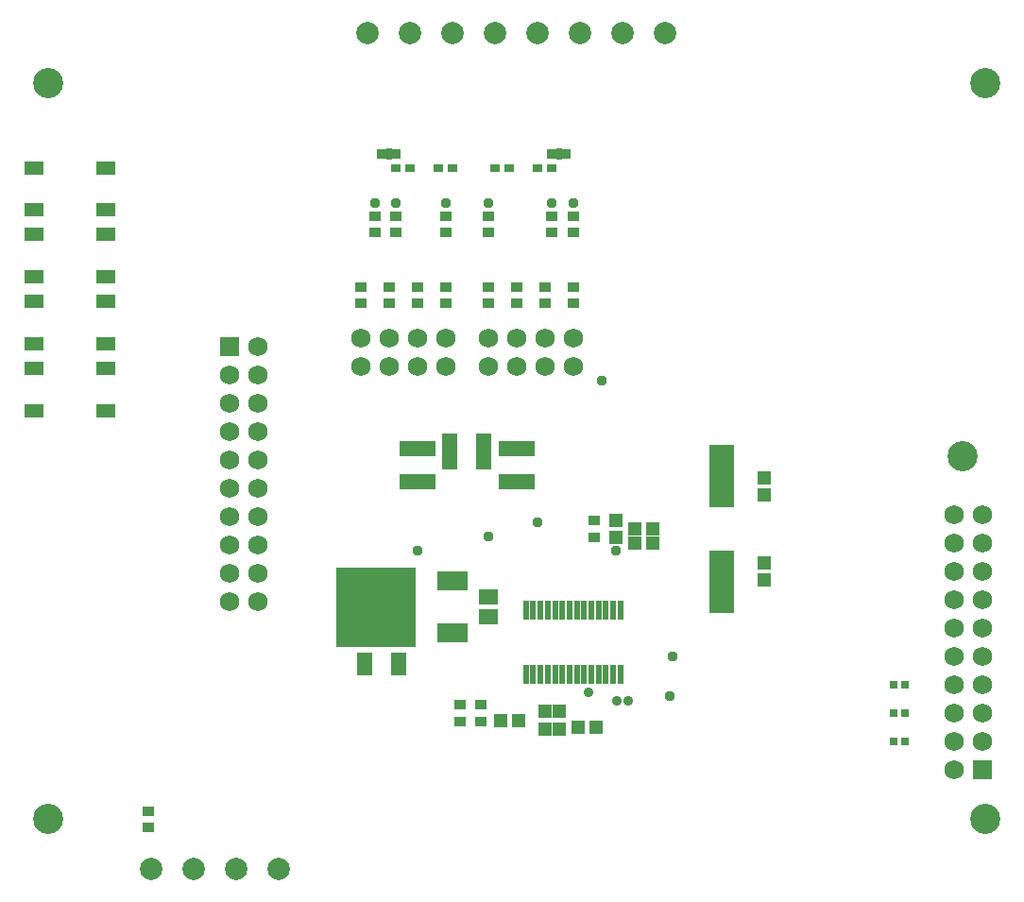
<source format=gbr>
G04 EAGLE Gerber RS-274X export*
G75*
%MOMM*%
%FSLAX34Y34*%
%LPD*%
%INSoldermask Top*%
%IPPOS*%
%AMOC8*
5,1,8,0,0,1.08239X$1,22.5*%
G01*
%ADD10C,2.703200*%
%ADD11R,0.610000X1.775100*%
%ADD12R,1.153200X1.203200*%
%ADD13R,0.803200X0.803200*%
%ADD14R,1.092200X0.812800*%
%ADD15R,1.203200X1.153200*%
%ADD16R,2.203200X5.703200*%
%ADD17R,1.353200X3.203200*%
%ADD18R,3.203200X1.353200*%
%ADD19R,0.965200X0.965200*%
%ADD20R,0.508000X1.016000*%
%ADD21R,0.903200X0.703200*%
%ADD22C,2.003200*%
%ADD23R,1.733200X1.733200*%
%ADD24C,1.733200*%
%ADD25R,1.653200X1.353200*%
%ADD26R,1.353200X2.003200*%
%ADD27R,2.703200X1.703200*%
%ADD28R,7.203200X7.203200*%
%ADD29R,1.803200X1.203200*%
%ADD30C,0.959600*%
%ADD31C,0.909600*%


D10*
X-420000Y330000D03*
X420000Y330000D03*
X-420000Y-330000D03*
X420000Y-330000D03*
X400000Y-5000D03*
D11*
X8550Y-200167D03*
X15050Y-200167D03*
X21550Y-200167D03*
X28050Y-200167D03*
X34550Y-200167D03*
X41050Y-200167D03*
X47550Y-200167D03*
X54050Y-200167D03*
X60550Y-200167D03*
X67050Y-200167D03*
X73550Y-200167D03*
X80050Y-200167D03*
X86550Y-200167D03*
X93050Y-200167D03*
X93050Y-142733D03*
X86550Y-142733D03*
X80050Y-142733D03*
X73550Y-142733D03*
X67050Y-142733D03*
X60550Y-142733D03*
X54050Y-142733D03*
X47550Y-142733D03*
X41050Y-142733D03*
X34550Y-142733D03*
X28050Y-142733D03*
X21550Y-142733D03*
X15050Y-142733D03*
X8550Y-142733D03*
D12*
X-14350Y-241300D03*
X1650Y-241300D03*
X106300Y-82550D03*
X122300Y-82550D03*
X71500Y-247650D03*
X55500Y-247650D03*
D13*
X337900Y-260350D03*
X347900Y-260350D03*
X337900Y-234950D03*
X347900Y-234950D03*
X337900Y-209550D03*
X347900Y-209550D03*
D14*
X69850Y-77343D03*
X69850Y-62357D03*
D15*
X88900Y-77850D03*
X88900Y-61850D03*
D12*
X106300Y-69850D03*
X122300Y-69850D03*
D15*
X38100Y-233300D03*
X38100Y-249300D03*
X25400Y-233300D03*
X25400Y-249300D03*
D16*
X184150Y-117350D03*
X184150Y-22350D03*
D15*
X222250Y-115950D03*
X222250Y-99950D03*
X222250Y-23750D03*
X222250Y-39750D03*
D17*
X-59450Y0D03*
X-29450Y0D03*
D18*
X0Y-27700D03*
X0Y2300D03*
X-88900Y-27700D03*
X-88900Y2300D03*
D14*
X-127000Y210693D03*
X-127000Y195707D03*
X-107950Y210693D03*
X-107950Y195707D03*
X-63500Y210693D03*
X-63500Y195707D03*
X-25400Y210693D03*
X-25400Y195707D03*
X31750Y210693D03*
X31750Y195707D03*
X50800Y210693D03*
X50800Y195707D03*
D19*
X-120650Y266700D03*
X-107950Y266700D03*
D20*
X-114300Y266700D03*
D19*
X44450Y266700D03*
X31750Y266700D03*
D20*
X38100Y266700D03*
D21*
X31897Y254000D03*
X18903Y254000D03*
X-108097Y254000D03*
X-95103Y254000D03*
X-57003Y254000D03*
X-69997Y254000D03*
X-19197Y254000D03*
X-6203Y254000D03*
D14*
X-31750Y-227457D03*
X-31750Y-242443D03*
X-50800Y-242443D03*
X-50800Y-227457D03*
X-63500Y147193D03*
X-63500Y132207D03*
X-88900Y147193D03*
X-88900Y132207D03*
X-114300Y147193D03*
X-114300Y132207D03*
X-139700Y147193D03*
X-139700Y132207D03*
X50800Y147193D03*
X50800Y132207D03*
X25400Y147193D03*
X25400Y132207D03*
X0Y147193D03*
X0Y132207D03*
X-25400Y147193D03*
X-25400Y132207D03*
D22*
X133350Y375000D03*
X95250Y375000D03*
X57150Y375000D03*
X19050Y375000D03*
X-19050Y375000D03*
X-57150Y375000D03*
X-95250Y375000D03*
X-133350Y375000D03*
X-327150Y-375000D03*
X-289050Y-375000D03*
X-250950Y-375000D03*
X-212850Y-375000D03*
D23*
X417950Y-285400D03*
D24*
X392550Y-285400D03*
X417950Y-260000D03*
X392550Y-260000D03*
X417950Y-234600D03*
X392550Y-234600D03*
X417950Y-209200D03*
X392550Y-209200D03*
X417950Y-183800D03*
X392550Y-183800D03*
X417950Y-158400D03*
X392550Y-158400D03*
X417950Y-133000D03*
X392550Y-133000D03*
X417950Y-107600D03*
X392550Y-107600D03*
X417950Y-82200D03*
X392550Y-82200D03*
X417950Y-56800D03*
X392550Y-56800D03*
D23*
X-257450Y93200D03*
D24*
X-232050Y93200D03*
X-257450Y67800D03*
X-232050Y67800D03*
X-257450Y42400D03*
X-232050Y42400D03*
X-257450Y17000D03*
X-232050Y17000D03*
X-257450Y-8400D03*
X-232050Y-8400D03*
X-257450Y-33800D03*
X-232050Y-33800D03*
X-257450Y-59200D03*
X-232050Y-59200D03*
X-257450Y-84600D03*
X-232050Y-84600D03*
X-257450Y-110000D03*
X-232050Y-110000D03*
X-257450Y-135400D03*
X-232050Y-135400D03*
D25*
X-25400Y-130700D03*
X-25400Y-148700D03*
D26*
X-105650Y-190500D03*
X-135650Y-190500D03*
D27*
X-57150Y-162700D03*
X-57150Y-116700D03*
D28*
X-125650Y-139700D03*
D14*
X-330200Y-322707D03*
X-330200Y-337693D03*
D29*
X-432000Y254000D03*
X-368000Y254000D03*
X-432000Y216000D03*
X-368000Y216000D03*
X-432000Y194000D03*
X-368000Y194000D03*
X-432000Y156000D03*
X-368000Y156000D03*
X-432000Y134000D03*
X-368000Y134000D03*
X-432000Y96000D03*
X-368000Y96000D03*
X-432000Y74000D03*
X-368000Y74000D03*
X-432000Y36000D03*
X-368000Y36000D03*
D24*
X-139700Y76200D03*
X-114300Y76200D03*
X-88900Y76200D03*
X-139700Y101600D03*
X-114300Y101600D03*
X-88900Y101600D03*
X-63500Y76200D03*
X-63500Y101600D03*
X-25400Y76200D03*
X0Y76200D03*
X25400Y76200D03*
X-25400Y101600D03*
X0Y101600D03*
X25400Y101600D03*
X50800Y76200D03*
X50800Y101600D03*
D30*
X88900Y-88900D03*
D31*
X90170Y-223520D03*
D30*
X139700Y-184150D03*
X76200Y63500D03*
X-107950Y222250D03*
X-63500Y222250D03*
X-25400Y222250D03*
X31750Y222250D03*
X-127000Y222250D03*
X-88900Y-88900D03*
X50800Y222250D03*
X19050Y-63500D03*
X-25400Y-76200D03*
X137160Y-219710D03*
D31*
X100330Y-223520D03*
X64770Y-215900D03*
M02*

</source>
